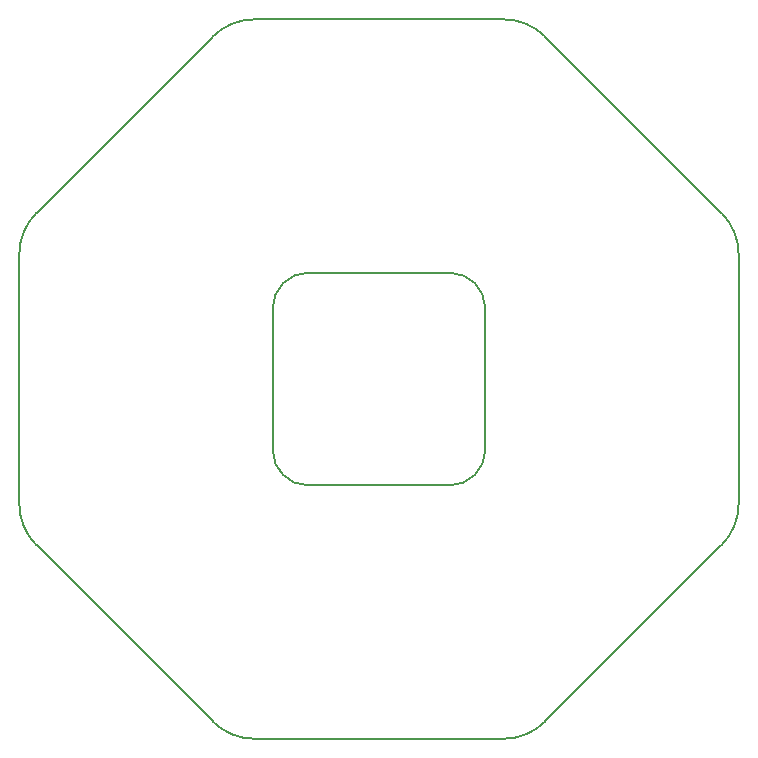
<source format=gm1>
G04 #@! TF.GenerationSoftware,KiCad,Pcbnew,7.0.10*
G04 #@! TF.CreationDate,2024-07-17T21:57:28-05:00*
G04 #@! TF.ProjectId,Swarm Robot,53776172-6d20-4526-9f62-6f742e6b6963,rev?*
G04 #@! TF.SameCoordinates,Original*
G04 #@! TF.FileFunction,Profile,NP*
%FSLAX46Y46*%
G04 Gerber Fmt 4.6, Leading zero omitted, Abs format (unit mm)*
G04 Created by KiCad (PCBNEW 7.0.10) date 2024-07-17 21:57:28*
%MOMM*%
%LPD*%
G01*
G04 APERTURE LIST*
G04 #@! TA.AperFunction,Profile*
%ADD10C,0.200000*%
G04 #@! TD*
G04 APERTURE END LIST*
D10*
X144000000Y-91000000D02*
G75*
G03*
X141000000Y-94000000I0J-3000000D01*
G01*
X135920219Y-71008402D02*
X121008402Y-85920219D01*
X180456064Y-110544247D02*
X180456064Y-89455753D01*
X178991579Y-114079762D02*
G75*
G03*
X180456064Y-110544247I-3535779J3535662D01*
G01*
X164079781Y-128991598D02*
X178991598Y-114079781D01*
X141000000Y-94000000D02*
X141000000Y-106000000D01*
X160544247Y-130456107D02*
G75*
G03*
X164079780Y-128991597I-47J5000007D01*
G01*
X139455753Y-69543893D02*
G75*
G03*
X135920220Y-71008403I47J-5000007D01*
G01*
X178991598Y-85920219D02*
X164079781Y-71008402D01*
X144000000Y-109000000D02*
X156000000Y-109000000D01*
X164079750Y-71008433D02*
G75*
G03*
X160544247Y-69543936I-3535550J-3535467D01*
G01*
X156000000Y-91000000D02*
X144000000Y-91000000D01*
X121008433Y-85920250D02*
G75*
G03*
X119543936Y-89455753I3535467J-3535550D01*
G01*
X119543936Y-89455753D02*
X119543936Y-110544247D01*
X180456107Y-89455753D02*
G75*
G03*
X178991597Y-85920220I-5000007J-47D01*
G01*
X160544247Y-69543936D02*
X139455753Y-69543936D01*
X141000000Y-106000000D02*
G75*
G03*
X144000000Y-109000000I3000000J0D01*
G01*
X121008402Y-114079781D02*
X135920219Y-128991598D01*
X156000000Y-109000000D02*
G75*
G03*
X159000000Y-106000000I0J3000000D01*
G01*
X159000000Y-94000000D02*
G75*
G03*
X156000000Y-91000000I-3000000J0D01*
G01*
X159000000Y-106000000D02*
X159000000Y-94000000D01*
X119543893Y-110544247D02*
G75*
G03*
X121008403Y-114079780I5000007J47D01*
G01*
X135920250Y-128991567D02*
G75*
G03*
X139455753Y-130456064I3535550J3535467D01*
G01*
X139455753Y-130456064D02*
X160544247Y-130456064D01*
M02*

</source>
